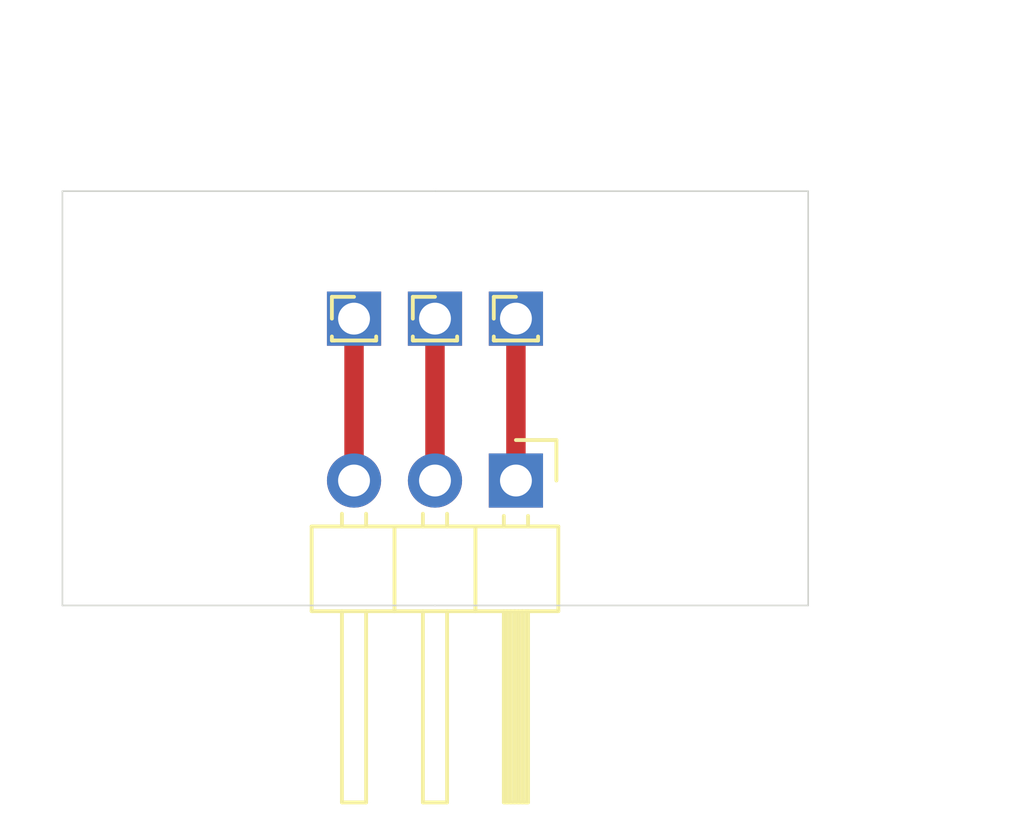
<source format=kicad_pcb>
(kicad_pcb (version 20221018) (generator pcbnew)
  (layers (0 "F.Cu" signal) (31 "B.Cu" signal) (34 "B.Paste" user) (35 "F.Paste" user) (36 "B.SilkS" user "B.Silkscreen") (37 "F.SilkS" user "F.Silkscreen") (38 "B.Mask" user) (39 "F.Mask" user) (44 "Edge.Cuts" user))
  (net 0 "")
  (net 1 "Net-(H1-Pad1)")
  (net 2 "Net-(H2-Pad1)")
  (net 3 "Net-(H3-Pad1)")
  (footprint "Connector_PinHeader_1.00mm:PinHeader_1x01_P1.00mm_Vertical" (layer "F.Cu") (at 144.78 95.25)
    (fp_text reference "H1" hide)
    (fp_text value "MountingHole_Pad")
    (fp_line (start -0.695 -0.685) (end 0 -0.685) (stroke (width 0.12)) (layer "F.SilkS"))
    (fp_line (start -0.695 0) (end -0.695 -0.685) (stroke (width 0.12)) (layer "F.SilkS"))
    (fp_line (start -0.695 0.685) (end -0.695 0.56) (stroke (width 0.12)) (layer "F.SilkS"))
    (fp_line (start -0.695 0.685) (end -0.608276 0.685) (stroke (width 0.12)) (layer "F.SilkS"))
    (fp_line (start -0.695 0.685) (end 0.695 0.685) (stroke (width 0.12)) (layer "F.SilkS"))
    (fp_line (start 0.608276 0.685) (end 0.695 0.685) (stroke (width 0.12)) (layer "F.SilkS"))
    (fp_line (start 0.695 0.685) (end 0.695 0.56) (stroke (width 0.12)) (layer "F.SilkS"))
    (pad "1" thru_hole rect (at 0 0) (size 1.7 1.7) (drill 1) (layers "*.Cu" "*.Mask") (net 1 "Net-(H1-Pad1)"))
  )
  (footprint "Connector_PinHeader_1.00mm:PinHeader_1x01_P1.00mm_Vertical" (layer "F.Cu") (at 142.24 95.25)
    (fp_text reference "H2" hide)
    (fp_text value "MountingHole_Pad")
    (fp_line (start -0.695 -0.685) (end 0 -0.685) (stroke (width 0.12)) (layer "F.SilkS"))
    (fp_line (start -0.695 0) (end -0.695 -0.685) (stroke (width 0.12)) (layer "F.SilkS"))
    (fp_line (start -0.695 0.685) (end -0.695 0.56) (stroke (width 0.12)) (layer "F.SilkS"))
    (fp_line (start -0.695 0.685) (end -0.608276 0.685) (stroke (width 0.12)) (layer "F.SilkS"))
    (fp_line (start -0.695 0.685) (end 0.695 0.685) (stroke (width 0.12)) (layer "F.SilkS"))
    (fp_line (start 0.608276 0.685) (end 0.695 0.685) (stroke (width 0.12)) (layer "F.SilkS"))
    (fp_line (start 0.695 0.685) (end 0.695 0.56) (stroke (width 0.12)) (layer "F.SilkS"))
    (pad "1" thru_hole rect (at 0 0) (size 1.7 1.7) (drill 1) (layers "*.Cu" "*.Mask") (net 2 "Net-(H2-Pad1)"))
  )
  (footprint "Connector_PinHeader_1.00mm:PinHeader_1x01_P1.00mm_Vertical" (layer "F.Cu") (at 139.7 95.25)
    (fp_text reference "H3" hide)
    (fp_text value "MountingHole_Pad")
    (fp_line (start -0.695 -0.685) (end 0 -0.685) (stroke (width 0.12)) (layer "F.SilkS"))
    (fp_line (start -0.695 0) (end -0.695 -0.685) (stroke (width 0.12)) (layer "F.SilkS"))
    (fp_line (start -0.695 0.685) (end -0.695 0.56) (stroke (width 0.12)) (layer "F.SilkS"))
    (fp_line (start -0.695 0.685) (end -0.608276 0.685) (stroke (width 0.12)) (layer "F.SilkS"))
    (fp_line (start -0.695 0.685) (end 0.695 0.685) (stroke (width 0.12)) (layer "F.SilkS"))
    (fp_line (start 0.608276 0.685) (end 0.695 0.685) (stroke (width 0.12)) (layer "F.SilkS"))
    (fp_line (start 0.695 0.685) (end 0.695 0.56) (stroke (width 0.12)) (layer "F.SilkS"))
    (pad "1" thru_hole rect (at 0 0) (size 1.7 1.7) (drill 1) (layers "*.Cu" "*.Mask") (net 3 "Net-(H3-Pad1)"))
  )
  (footprint "Connector_PinHeader_2.54mm:PinHeader_1x03_P2.54mm_Horizontal" (layer "F.Cu") (at 144.78 100.33 -90)
    (fp_text reference "J1" hide)
    (fp_text value "Conn_01x03")
    (fp_line (start -1.27 -1.27) (end 0 -1.27) (stroke (width 0.12)) (layer "F.SilkS"))
    (fp_line (start -1.27 0) (end -1.27 -1.27) (stroke (width 0.12)) (layer "F.SilkS"))
    (fp_line (start 1.042929 2.16) (end 1.44 2.16) (stroke (width 0.12)) (layer "F.SilkS"))
    (fp_line (start 1.042929 2.92) (end 1.44 2.92) (stroke (width 0.12)) (layer "F.SilkS"))
    (fp_line (start 1.042929 4.7) (end 1.44 4.7) (stroke (width 0.12)) (layer "F.SilkS"))
    (fp_line (start 1.042929 5.46) (end 1.44 5.46) (stroke (width 0.12)) (layer "F.SilkS"))
    (fp_line (start 1.11 -0.38) (end 1.44 -0.38) (stroke (width 0.12)) (layer "F.SilkS"))
    (fp_line (start 1.11 0.38) (end 1.44 0.38) (stroke (width 0.12)) (layer "F.SilkS"))
    (fp_line (start 1.44 -1.33) (end 1.44 6.41) (stroke (width 0.12)) (layer "F.SilkS"))
    (fp_line (start 1.44 1.27) (end 4.1 1.27) (stroke (width 0.12)) (layer "F.SilkS"))
    (fp_line (start 1.44 3.81) (end 4.1 3.81) (stroke (width 0.12)) (layer "F.SilkS"))
    (fp_line (start 1.44 6.41) (end 4.1 6.41) (stroke (width 0.12)) (layer "F.SilkS"))
    (fp_line (start 4.1 -1.33) (end 1.44 -1.33) (stroke (width 0.12)) (layer "F.SilkS"))
    (fp_line (start 4.1 -0.38) (end 10.1 -0.38) (stroke (width 0.12)) (layer "F.SilkS"))
    (fp_line (start 4.1 -0.32) (end 10.1 -0.32) (stroke (width 0.12)) (layer "F.SilkS"))
    (fp_line (start 4.1 -0.2) (end 10.1 -0.2) (stroke (width 0.12)) (layer "F.SilkS"))
    (fp_line (start 4.1 -0.08) (end 10.1 -0.08) (stroke (width 0.12)) (layer "F.SilkS"))
    (fp_line (start 4.1 0.04) (end 10.1 0.04) (stroke (width 0.12)) (layer "F.SilkS"))
    (fp_line (start 4.1 0.16) (end 10.1 0.16) (stroke (width 0.12)) (layer "F.SilkS"))
    (fp_line (start 4.1 0.28) (end 10.1 0.28) (stroke (width 0.12)) (layer "F.SilkS"))
    (fp_line (start 4.1 2.16) (end 10.1 2.16) (stroke (width 0.12)) (layer "F.SilkS"))
    (fp_line (start 4.1 4.7) (end 10.1 4.7) (stroke (width 0.12)) (layer "F.SilkS"))
    (fp_line (start 4.1 6.41) (end 4.1 -1.33) (stroke (width 0.12)) (layer "F.SilkS"))
    (fp_line (start 10.1 -0.38) (end 10.1 0.38) (stroke (width 0.12)) (layer "F.SilkS"))
    (fp_line (start 10.1 0.38) (end 4.1 0.38) (stroke (width 0.12)) (layer "F.SilkS"))
    (fp_line (start 10.1 2.16) (end 10.1 2.92) (stroke (width 0.12)) (layer "F.SilkS"))
    (fp_line (start 10.1 2.92) (end 4.1 2.92) (stroke (width 0.12)) (layer "F.SilkS"))
    (fp_line (start 10.1 4.7) (end 10.1 5.46) (stroke (width 0.12)) (layer "F.SilkS"))
    (fp_line (start 10.1 5.46) (end 4.1 5.46) (stroke (width 0.12)) (layer "F.SilkS"))
    (pad "1" thru_hole rect (at 0 0 270) (size 1.7 1.7) (drill 1) (layers "*.Cu" "*.Mask") (net 1 "Net-(H1-Pad1)"))
    (pad "2" thru_hole oval (at 0 2.54 270) (size 1.7 1.7) (drill 1) (layers "*.Cu" "*.Mask") (net 2 "Net-(H2-Pad1)"))
    (pad "3" thru_hole oval (at 0 5.08 270) (size 1.7 1.7) (drill 1) (layers "*.Cu" "*.Mask") (net 3 "Net-(H3-Pad1)"))
  )
  (footprint "MountingHole:MountingHole_3.2mm_M3" (layer "F.Cu") (at 133.74 95.25)
    (fp_text reference "H4" hide)
    (fp_text value "MountingHole")
    (pad "" np_thru_hole circle (at 0 0) (size 3.2 3.2) (drill 3.2) (layers "*.Cu" "*.Mask"))
  )
  (footprint "MountingHole:MountingHole_3.2mm_M3" (layer "F.Cu") (at 150.74 95.25)
    (fp_text reference "H5" hide)
    (fp_text value "MountingHole")
    (pad "" np_thru_hole circle (at 0 0) (size 3.2 3.2) (drill 3.2) (layers "*.Cu" "*.Mask"))
  )
  (gr_line (start 130.55 104.25) (end 130.55 91.25) (stroke (width 0.05)) (layer "Edge.Cuts"))
  (gr_line (start 142.24 104.25) (end 153.95 104.25) (stroke (width 0.05)) (layer "Edge.Cuts"))
  (gr_line (start 130.55 104.25) (end 142.24 104.25) (stroke (width 0.05)) (layer "Edge.Cuts"))
  (gr_line (start 142.25 91.25) (end 153.95 91.25) (stroke (width 0.05)) (layer "Edge.Cuts"))
  (gr_line (start 130.55 91.25) (end 142.25 91.25) (stroke (width 0.05)) (layer "Edge.Cuts"))
  (gr_line (start 153.95 91.25) (end 153.95 104.25) (stroke (width 0.05)) (layer "Edge.Cuts"))
  (segment (start 144.78 100.33) (end 144.78 95.25) (width 0.6096) (layer "F.Cu") (net 1))
  (segment (start 142.24 100.33) (end 142.24 95.25) (width 0.6096) (layer "F.Cu") (net 2))
  (segment (start 139.7 100.33) (end 139.7 95.25) (width 0.6096) (layer "F.Cu") (net 3))
)
</source>
